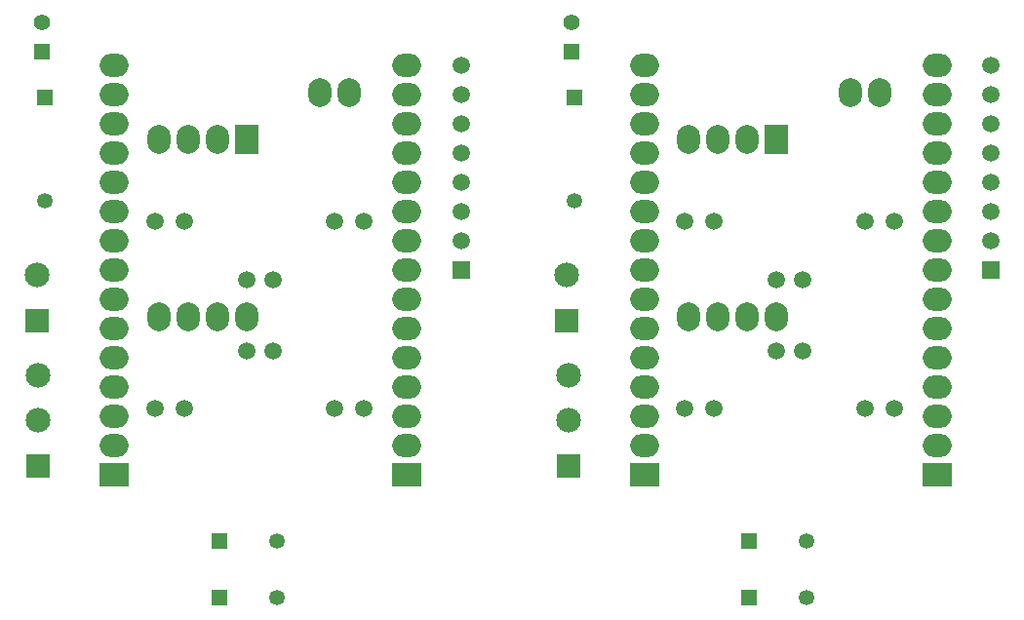
<source format=gbr>
G04*
G04 #@! TF.GenerationSoftware,Altium Limited,Altium Designer,25.4.2 (15)*
G04*
G04 Layer_Color=255*
%FSLAX44Y44*%
%MOMM*%
G71*
G04*
G04 #@! TF.SameCoordinates,D781D73C-FE54-440B-B5B4-6B714C508266*
G04*
G04*
G04 #@! TF.FilePolarity,Positive*
G04*
G01*
G75*
%ADD13C,1.5000*%
%ADD14C,1.3500*%
%ADD15R,1.3500X1.3500*%
%ADD16O,2.0000X2.5000*%
%ADD17R,2.0000X2.5000*%
%ADD18R,1.5000X1.5000*%
%ADD19O,2.5000X2.0000*%
%ADD20R,2.5000X2.0000*%
%ADD21C,2.1500*%
%ADD22R,2.1500X2.1500*%
%ADD23C,1.4000*%
%ADD24R,1.4000X1.4000*%
%ADD25R,1.3500X1.3500*%
D13*
X1743218Y529226D02*
D03*
Y590780D02*
D03*
X1765968D02*
D03*
Y529226D02*
D03*
X1929468Y624126D02*
D03*
Y649526D02*
D03*
Y674926D02*
D03*
Y700326D02*
D03*
Y725726D02*
D03*
Y751126D02*
D03*
Y776526D02*
D03*
X1663718Y641286D02*
D03*
X1689118D02*
D03*
X1845468Y478726D02*
D03*
X1820068D02*
D03*
Y641286D02*
D03*
X1845468D02*
D03*
X1689118Y478726D02*
D03*
X1663718D02*
D03*
X2203278Y529226D02*
D03*
Y590780D02*
D03*
X2226028D02*
D03*
Y529226D02*
D03*
X2389528Y624126D02*
D03*
Y649526D02*
D03*
Y674926D02*
D03*
Y700326D02*
D03*
Y725726D02*
D03*
Y751126D02*
D03*
Y776526D02*
D03*
X2123778Y641286D02*
D03*
X2149178D02*
D03*
X2305528Y478726D02*
D03*
X2280128D02*
D03*
Y641286D02*
D03*
X2305528D02*
D03*
X2149178Y478726D02*
D03*
X2123778D02*
D03*
D14*
X1769718Y314726D02*
D03*
Y363976D02*
D03*
X1568218Y658976D02*
D03*
X2229778Y314726D02*
D03*
Y363976D02*
D03*
X2028278Y658976D02*
D03*
D15*
X1719718Y314726D02*
D03*
Y363976D02*
D03*
X2179778Y314726D02*
D03*
Y363976D02*
D03*
D16*
X1807418Y753026D02*
D03*
X1832818D02*
D03*
X1667018Y558826D02*
D03*
X1692418D02*
D03*
X1717818D02*
D03*
X1743218D02*
D03*
X1667018Y712226D02*
D03*
X1692418D02*
D03*
X1717818D02*
D03*
X2267478Y753026D02*
D03*
X2292878D02*
D03*
X2127078Y558826D02*
D03*
X2152478D02*
D03*
X2177878D02*
D03*
X2203278D02*
D03*
X2127078Y712226D02*
D03*
X2152478D02*
D03*
X2177878D02*
D03*
D17*
X1743218D02*
D03*
X2203278D02*
D03*
D18*
X1929468Y598726D02*
D03*
X2389528D02*
D03*
D19*
X1882468Y776526D02*
D03*
Y751126D02*
D03*
Y725726D02*
D03*
Y700326D02*
D03*
Y674926D02*
D03*
Y649526D02*
D03*
Y624126D02*
D03*
Y598726D02*
D03*
Y573326D02*
D03*
Y547926D02*
D03*
Y522526D02*
D03*
Y497126D02*
D03*
Y471726D02*
D03*
Y446326D02*
D03*
X1628468Y497126D02*
D03*
Y776526D02*
D03*
Y751126D02*
D03*
Y725726D02*
D03*
Y700326D02*
D03*
Y674926D02*
D03*
Y649526D02*
D03*
Y624126D02*
D03*
Y598726D02*
D03*
Y573326D02*
D03*
Y547926D02*
D03*
Y522526D02*
D03*
Y471726D02*
D03*
Y446326D02*
D03*
X2342528Y776526D02*
D03*
Y751126D02*
D03*
Y725726D02*
D03*
Y700326D02*
D03*
Y674926D02*
D03*
Y649526D02*
D03*
Y624126D02*
D03*
Y598726D02*
D03*
Y573326D02*
D03*
Y547926D02*
D03*
Y522526D02*
D03*
Y497126D02*
D03*
Y471726D02*
D03*
Y446326D02*
D03*
X2088528Y497126D02*
D03*
Y776526D02*
D03*
Y751126D02*
D03*
Y725726D02*
D03*
Y700326D02*
D03*
Y674926D02*
D03*
Y649526D02*
D03*
Y624126D02*
D03*
Y598726D02*
D03*
Y573326D02*
D03*
Y547926D02*
D03*
Y522526D02*
D03*
Y471726D02*
D03*
Y446326D02*
D03*
D20*
X1882468Y420926D02*
D03*
X1628468D02*
D03*
X2342528D02*
D03*
X2088528D02*
D03*
D21*
X1562718Y508076D02*
D03*
Y468476D02*
D03*
X1561218Y594726D02*
D03*
X2022778Y508076D02*
D03*
Y468476D02*
D03*
X2021278Y594726D02*
D03*
D22*
X1562718Y428876D02*
D03*
X1561218Y555126D02*
D03*
X2022778Y428876D02*
D03*
X2021278Y555126D02*
D03*
D23*
X1565718Y813927D02*
D03*
X2025778D02*
D03*
D24*
X1565718Y788526D02*
D03*
X2025778D02*
D03*
D25*
X1568218Y748976D02*
D03*
X2028278D02*
D03*
M02*

</source>
